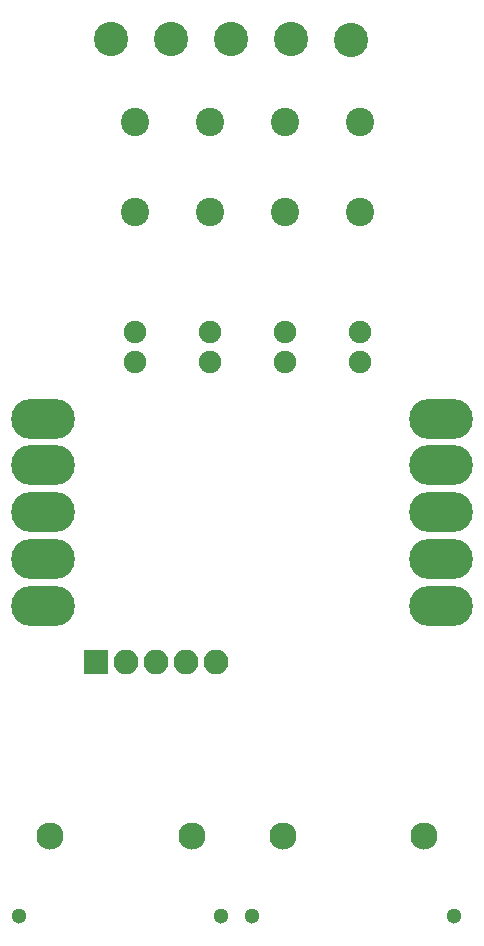
<source format=gbs>
G04 #@! TF.FileFunction,Soldermask,Bot*
%FSLAX46Y46*%
G04 Gerber Fmt 4.6, Leading zero omitted, Abs format (unit mm)*
G04 Created by KiCad (PCBNEW 4.0.4-stable) date 06/11/17 19:28:35*
%MOMM*%
%LPD*%
G01*
G04 APERTURE LIST*
%ADD10C,0.100000*%
%ADD11C,1.300000*%
%ADD12C,2.300000*%
%ADD13O,5.401260X3.399740*%
%ADD14C,2.900000*%
%ADD15R,2.100000X2.100000*%
%ADD16O,2.100000X2.100000*%
%ADD17C,1.900000*%
%ADD18C,2.400000*%
G04 APERTURE END LIST*
D10*
D11*
X23370000Y5835000D03*
D12*
X25970000Y12575000D03*
X37960000Y12575000D03*
D11*
X40470000Y5835000D03*
X3685000Y5835000D03*
D12*
X6285000Y12575000D03*
X18275000Y12575000D03*
D11*
X20785000Y5835000D03*
D13*
X5715000Y36045140D03*
X5715000Y40005000D03*
X5715000Y43964860D03*
X5715000Y47924720D03*
X5715000Y32085280D03*
X39370000Y43964860D03*
X39370000Y40005000D03*
X39370000Y36045140D03*
X39370000Y32085280D03*
X39370000Y47924720D03*
D14*
X11430000Y80050000D03*
X16510000Y80050000D03*
X21590000Y80050000D03*
X26670000Y80050000D03*
X31750000Y80010000D03*
D15*
X10160000Y27305000D03*
D16*
X12700000Y27305000D03*
X15240000Y27305000D03*
X17780000Y27305000D03*
X20320000Y27305000D03*
D17*
X13465000Y52705000D03*
X13465000Y55245000D03*
D18*
X13465000Y65405000D03*
X13465000Y73025000D03*
D17*
X19815000Y52705000D03*
X19815000Y55245000D03*
D18*
X19815000Y65405000D03*
X19815000Y73025000D03*
D17*
X26165000Y52705000D03*
X26165000Y55245000D03*
D18*
X26165000Y65405000D03*
X26165000Y73025000D03*
D17*
X32515000Y52705000D03*
X32515000Y55245000D03*
D18*
X32515000Y65405000D03*
X32515000Y73025000D03*
M02*

</source>
